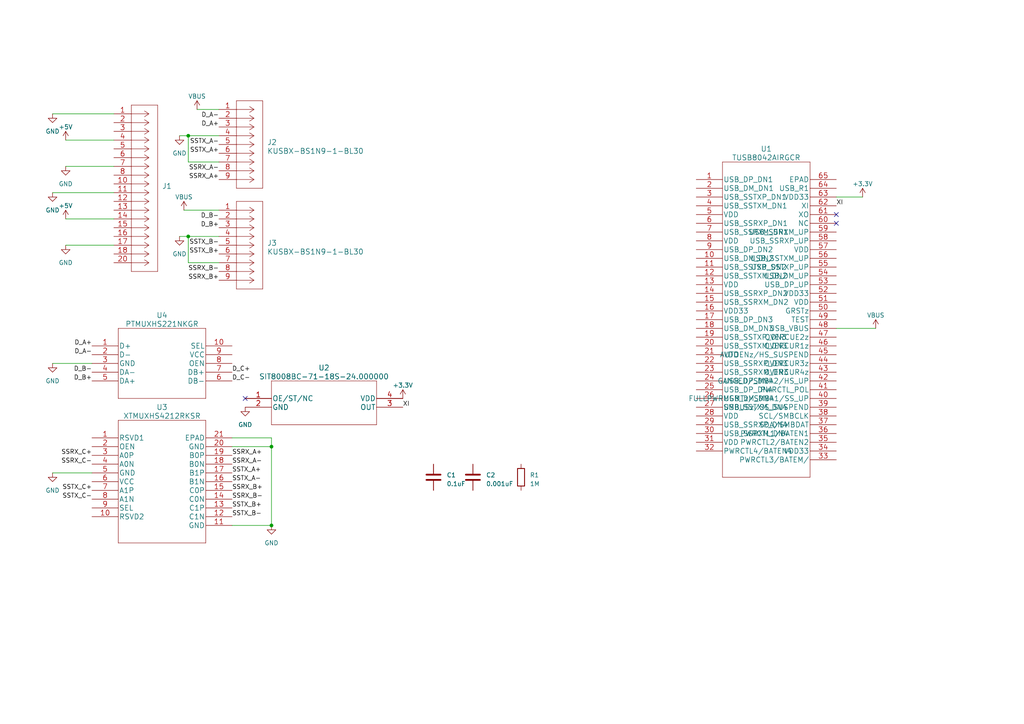
<source format=kicad_sch>
(kicad_sch (version 20230121) (generator eeschema)
  (paper "A4")
  (lib_symbols
    (symbol "Device:C" (pin_numbers hide) (pin_names (offset 0.254))
      (property "Reference" "C" (at 0.635 2.54 0))
      (property "Value" "C" (at 0.635 -2.54 0))
      (symbol "C_0_1"
        (polyline (pts (xy -2.032 -0.762) (xy 2.032 -0.762)) (stroke (width 0.508)))
        (polyline (pts (xy -2.032 0.762) (xy 2.032 0.762)) (stroke (width 0.508)))
      )
      (symbol "C_1_1"
        (pin passive line (at 0 3.81 270) (length 2.794) (name "~") (number "1"))
        (pin passive line (at 0 -3.81 90) (length 2.794) (name "~") (number "2"))
      )
    )
    (symbol "Device:R" (pin_numbers hide) (pin_names (offset 0))
      (property "Reference" "R" (at 2.032 0 90))
      (property "Value" "R" (at 0 0 90))
      (symbol "R_0_1"
        (rectangle (start -1.016 -2.54) (end 1.016 2.54) (stroke (width 0.254)))
      )
      (symbol "R_1_1"
        (pin passive line (at 0 3.81 270) (length 1.27) (name "~") (number "1"))
        (pin passive line (at 0 -3.81 90) (length 1.27) (name "~") (number "2"))
      )
    )
    (symbol "KUSBX-BS1N9:KUSBX-BS1N9-1-BL30" (pin_names (offset 0.254) hide)
      (property "Reference" "J" (at 8.89 6.35 0))
      (property "Value" "KUSBX-BS1N9-1-BL30" (at 10.16 -10.16 0))
      (symbol "KUSBX-BS1N9-1-BL30_1_1"
        (polyline (pts (xy 5.08 -22.86) (xy 12.7 -22.86)) (stroke (width 0.127)))
        (polyline (pts (xy 5.08 2.54) (xy 5.08 -22.86)) (stroke (width 0.127)))
        (polyline (pts (xy 10.16 -20.32) (xy 5.08 -20.32)) (stroke (width 0.127)))
        (polyline (pts (xy 10.16 -20.32) (xy 8.89 -21.1582)) (stroke (width 0.127)))
        (polyline (pts (xy 10.16 -20.32) (xy 8.89 -19.4818)) (stroke (width 0.127)))
        (polyline (pts (xy 10.16 -17.78) (xy 5.08 -17.78)) (stroke (width 0.127)))
        (polyline (pts (xy 10.16 -17.78) (xy 8.89 -18.6182)) (stroke (width 0.127)))
        (polyline (pts (xy 10.16 -17.78) (xy 8.89 -16.9418)) (stroke (width 0.127)))
        (polyline (pts (xy 10.16 -15.24) (xy 5.08 -15.24)) (stroke (width 0.127)))
        (polyline (pts (xy 10.16 -15.24) (xy 8.89 -16.0782)) (stroke (width 0.127)))
        (polyline (pts (xy 10.16 -15.24) (xy 8.89 -14.4018)) (stroke (width 0.127)))
        (polyline (pts (xy 10.16 -12.7) (xy 5.08 -12.7)) (stroke (width 0.127)))
        (polyline (pts (xy 10.16 -12.7) (xy 8.89 -13.5382)) (stroke (width 0.127)))
        (polyline (pts (xy 10.16 -12.7) (xy 8.89 -11.8618)) (stroke (width 0.127)))
        (polyline (pts (xy 10.16 -10.16) (xy 5.08 -10.16)) (stroke (width 0.127)))
        (polyline (pts (xy 10.16 -10.16) (xy 8.89 -10.9982)) (stroke (width 0.127)))
        (polyline (pts (xy 10.16 -10.16) (xy 8.89 -9.3218)) (stroke (width 0.127)))
        (polyline (pts (xy 10.16 -7.62) (xy 5.08 -7.62)) (stroke (width 0.127)))
        (polyline (pts (xy 10.16 -7.62) (xy 8.89 -8.4582)) (stroke (width 0.127)))
        (polyline (pts (xy 10.16 -7.62) (xy 8.89 -6.7818)) (stroke (width 0.127)))
        (polyline (pts (xy 10.16 -5.08) (xy 5.08 -5.08)) (stroke (width 0.127)))
        (polyline (pts (xy 10.16 -5.08) (xy 8.89 -5.9182)) (stroke (width 0.127)))
        (polyline (pts (xy 10.16 -5.08) (xy 8.89 -4.2418)) (stroke (width 0.127)))
        (polyline (pts (xy 10.16 -2.54) (xy 5.08 -2.54)) (stroke (width 0.127)))
        (polyline (pts (xy 10.16 -2.54) (xy 8.89 -3.3782)) (stroke (width 0.127)))
        (polyline (pts (xy 10.16 -2.54) (xy 8.89 -1.7018)) (stroke (width 0.127)))
        (polyline (pts (xy 10.16 0) (xy 5.08 0)) (stroke (width 0.127)))
        (polyline (pts (xy 10.16 0) (xy 8.89 -0.8382)) (stroke (width 0.127)))
        (polyline (pts (xy 10.16 0) (xy 8.89 0.8382)) (stroke (width 0.127)))
        (polyline (pts (xy 12.7 -22.86) (xy 12.7 2.54)) (stroke (width 0.127)))
        (polyline (pts (xy 12.7 2.54) (xy 5.08 2.54)) (stroke (width 0.127)))
        (pin unspecified line (at 0 0 0) (length 5.08) (name "VBUS") (number "1"))
        (pin unspecified line (at 0 -2.54 0) (length 5.08) (name "D-") (number "2"))
        (pin unspecified line (at 0 -5.08 0) (length 5.08) (name "D+") (number "3"))
        (pin unspecified line (at 0 -7.62 0) (length 5.08) (name "GND") (number "4"))
        (pin unspecified line (at 0 -10.16 0) (length 5.08) (name "STDB_SSTX-") (number "5"))
        (pin unspecified line (at 0 -12.7 0) (length 5.08) (name "STDB_SSTX+") (number "6"))
        (pin unspecified line (at 0 -15.24 0) (length 5.08) (name "GND-DRAIN") (number "7"))
        (pin unspecified line (at 0 -17.78 0) (length 5.08) (name "STDB_SSRX-") (number "8"))
        (pin unspecified line (at 0 -20.32 0) (length 5.08) (name "STDB_SSRX+") (number "9"))
      )
    )
    (symbol "SIT8008BC:SIT8008BC-71-18S-24.000000" (pin_names (offset 0.254))
      (property "Reference" "U" (at 22.86 10.16 0))
      (property "Value" "SIT8008BC-71-18S-24.000000" (at 22.86 7.62 0))
      (symbol "SIT8008BC-71-18S-24.000000_1_1"
        (polyline (pts (xy 7.62 -7.62) (xy 38.1 -7.62)) (stroke (width 0.127)))
        (polyline (pts (xy 7.62 5.08) (xy 7.62 -7.62)) (stroke (width 0.127)))
        (polyline (pts (xy 38.1 -7.62) (xy 38.1 5.08)) (stroke (width 0.127)))
        (polyline (pts (xy 38.1 5.08) (xy 7.62 5.08)) (stroke (width 0.127)))
        (pin output line (at 0 0 0) (length 7.62) (name "OE/ST/NC") (number "1"))
        (pin power_in line (at 0 -2.54 0) (length 7.62) (name "GND") (number "2"))
        (pin output line (at 45.72 -2.54 180) (length 7.62) (name "OUT") (number "3"))
        (pin power_in line (at 45.72 0 180) (length 7.62) (name "VDD") (number "4"))
      )
    )
    (symbol "SS-52000:SS-52000-003" (pin_names (offset 0.254) hide)
      (property "Reference" "J" (at 8.89 6.35 0))
      (property "Value" "SS-52000-003" (at 10.16 -20.32 0))
      (symbol "SS-52000-003_1_1"
        (polyline (pts (xy 5.08 -45.72) (xy 12.7 -45.72)) (stroke (width 0.127)))
        (polyline (pts (xy 5.08 2.54) (xy 5.08 -45.72)) (stroke (width 0.127)))
        (polyline (pts (xy 10.16 -43.18) (xy 5.08 -43.18)) (stroke (width 0.127)))
        (polyline (pts (xy 10.16 -43.18) (xy 8.89 -44.0182)) (stroke (width 0.127)))
        (polyline (pts (xy 10.16 -43.18) (xy 8.89 -42.3418)) (stroke (width 0.127)))
        (polyline (pts (xy 10.16 -40.64) (xy 5.08 -40.64)) (stroke (width 0.127)))
        (polyline (pts (xy 10.16 -40.64) (xy 8.89 -41.4782)) (stroke (width 0.127)))
        (polyline (pts (xy 10.16 -40.64) (xy 8.89 -39.8018)) (stroke (width 0.127)))
        (polyline (pts (xy 10.16 -38.1) (xy 5.08 -38.1)) (stroke (width 0.127)))
        (polyline (pts (xy 10.16 -38.1) (xy 8.89 -38.9382)) (stroke (width 0.127)))
        (polyline (pts (xy 10.16 -38.1) (xy 8.89 -37.2618)) (stroke (width 0.127)))
        (polyline (pts (xy 10.16 -35.56) (xy 5.08 -35.56)) (stroke (width 0.127)))
        (polyline (pts (xy 10.16 -35.56) (xy 8.89 -36.3982)) (stroke (width 0.127)))
        (polyline (pts (xy 10.16 -35.56) (xy 8.89 -34.7218)) (stroke (width 0.127)))
        (polyline (pts (xy 10.16 -33.02) (xy 5.08 -33.02)) (stroke (width 0.127)))
        (polyline (pts (xy 10.16 -33.02) (xy 8.89 -33.8582)) (stroke (width 0.127)))
        (polyline (pts (xy 10.16 -33.02) (xy 8.89 -32.1818)) (stroke (width 0.127)))
        (polyline (pts (xy 10.16 -30.48) (xy 5.08 -30.48)) (stroke (width 0.127)))
        (polyline (pts (xy 10.16 -30.48) (xy 8.89 -31.3182)) (stroke (width 0.127)))
        (polyline (pts (xy 10.16 -30.48) (xy 8.89 -29.6418)) (stroke (width 0.127)))
        (polyline (pts (xy 10.16 -27.94) (xy 5.08 -27.94)) (stroke (width 0.127)))
        (polyline (pts (xy 10.16 -27.94) (xy 8.89 -28.7782)) (stroke (width 0.127)))
        (polyline (pts (xy 10.16 -27.94) (xy 8.89 -27.1018)) (stroke (width 0.127)))
        (polyline (pts (xy 10.16 -25.4) (xy 5.08 -25.4)) (stroke (width 0.127)))
        (polyline (pts (xy 10.16 -25.4) (xy 8.89 -26.2382)) (stroke (width 0.127)))
        (polyline (pts (xy 10.16 -25.4) (xy 8.89 -24.5618)) (stroke (width 0.127)))
        (polyline (pts (xy 10.16 -22.86) (xy 5.08 -22.86)) (stroke (width 0.127)))
        (polyline (pts (xy 10.16 -22.86) (xy 8.89 -23.6982)) (stroke (width 0.127)))
        (polyline (pts (xy 10.16 -22.86) (xy 8.89 -22.0218)) (stroke (width 0.127)))
        (polyline (pts (xy 10.16 -20.32) (xy 5.08 -20.32)) (stroke (width 0.127)))
        (polyline (pts (xy 10.16 -20.32) (xy 8.89 -21.1582)) (stroke (width 0.127)))
        (polyline (pts (xy 10.16 -20.32) (xy 8.89 -19.4818)) (stroke (width 0.127)))
        (polyline (pts (xy 10.16 -17.78) (xy 5.08 -17.78)) (stroke (width 0.127)))
        (polyline (pts (xy 10.16 -17.78) (xy 8.89 -18.6182)) (stroke (width 0.127)))
        (polyline (pts (xy 10.16 -17.78) (xy 8.89 -16.9418)) (stroke (width 0.127)))
        (polyline (pts (xy 10.16 -15.24) (xy 5.08 -15.24)) (stroke (width 0.127)))
        (polyline (pts (xy 10.16 -15.24) (xy 8.89 -16.0782)) (stroke (width 0.127)))
        (polyline (pts (xy 10.16 -15.24) (xy 8.89 -14.4018)) (stroke (width 0.127)))
        (polyline (pts (xy 10.16 -12.7) (xy 5.08 -12.7)) (stroke (width 0.127)))
        (polyline (pts (xy 10.16 -12.7) (xy 8.89 -13.5382)) (stroke (width 0.127)))
        (polyline (pts (xy 10.16 -12.7) (xy 8.89 -11.8618)) (stroke (width 0.127)))
        (polyline (pts (xy 10.16 -10.16) (xy 5.08 -10.16)) (stroke (width 0.127)))
        (polyline (pts (xy 10.16 -10.16) (xy 8.89 -10.9982)) (stroke (width 0.127)))
        (polyline (pts (xy 10.16 -10.16) (xy 8.89 -9.3218)) (stroke (width 0.127)))
        (polyline (pts (xy 10.16 -7.62) (xy 5.08 -7.62)) (stroke (width 0.127)))
        (polyline (pts (xy 10.16 -7.62) (xy 8.89 -8.4582)) (stroke (width 0.127)))
        (polyline (pts (xy 10.16 -7.62) (xy 8.89 -6.7818)) (stroke (width 0.127)))
        (polyline (pts (xy 10.16 -5.08) (xy 5.08 -5.08)) (stroke (width 0.127)))
        (polyline (pts (xy 10.16 -5.08) (xy 8.89 -5.9182)) (stroke (width 0.127)))
        (polyline (pts (xy 10.16 -5.08) (xy 8.89 -4.2418)) (stroke (width 0.127)))
        (polyline (pts (xy 10.16 -2.54) (xy 5.08 -2.54)) (stroke (width 0.127)))
        (polyline (pts (xy 10.16 -2.54) (xy 8.89 -3.3782)) (stroke (width 0.127)))
        (polyline (pts (xy 10.16 -2.54) (xy 8.89 -1.7018)) (stroke (width 0.127)))
        (polyline (pts (xy 10.16 0) (xy 5.08 0)) (stroke (width 0.127)))
        (polyline (pts (xy 10.16 0) (xy 8.89 -0.8382)) (stroke (width 0.127)))
        (polyline (pts (xy 10.16 0) (xy 8.89 0.8382)) (stroke (width 0.127)))
        (polyline (pts (xy 12.7 -45.72) (xy 12.7 2.54)) (stroke (width 0.127)))
        (polyline (pts (xy 12.7 2.54) (xy 5.08 2.54)) (stroke (width 0.127)))
        (pin unspecified line (at 0 0 0) (length 5.08) (name "1") (number "1"))
        (pin unspecified line (at 0 -20.32 0) (length 5.08) (name "10") (number "10"))
        (pin unspecified line (at 0 -22.86 0) (length 5.08) (name "11") (number "11"))
        (pin unspecified line (at 0 -25.4 0) (length 5.08) (name "12") (number "12"))
        (pin unspecified line (at 0 -27.94 0) (length 5.08) (name "13") (number "13"))
        (pin unspecified line (at 0 -30.48 0) (length 5.08) (name "14") (number "14"))
        (pin unspecified line (at 0 -33.02 0) (length 5.08) (name "15") (number "15"))
        (pin unspecified line (at 0 -35.56 0) (length 5.08) (name "16") (number "16"))
        (pin unspecified line (at 0 -38.1 0) (length 5.08) (name "17") (number "17"))
        (pin unspecified line (at 0 -40.64 0) (length 5.08) (name "18") (number "18"))
        (pin unspecified line (at 0 -2.54 0) (length 5.08) (name "2") (number "2"))
        (pin unspecified line (at 0 -43.18 0) (length 5.08) (name "20") (number "20"))
        (pin unspecified line (at 0 -5.08 0) (length 5.08) (name "3") (number "3"))
        (pin unspecified line (at 0 -7.62 0) (length 5.08) (name "4") (number "4"))
        (pin unspecified line (at 0 -10.16 0) (length 5.08) (name "5") (number "5"))
        (pin unspecified line (at 0 -12.7 0) (length 5.08) (name "6") (number "6"))
        (pin unspecified line (at 0 -15.24 0) (length 5.08) (name "7") (number "7"))
        (pin unspecified line (at 0 -17.78 0) (length 5.08) (name "8") (number "8"))
      )
    )
    (symbol "TMUXHS221:PTMUXHS221NKGR" (pin_names (offset 0.254))
      (property "Reference" "U" (at 20.32 10.16 0))
      (property "Value" "PTMUXHS221NKGR" (at 20.32 7.62 0))
      (symbol "PTMUXHS221NKGR_1_1"
        (polyline (pts (xy 7.62 -15.24) (xy 33.02 -15.24)) (stroke (width 0.127)))
        (polyline (pts (xy 7.62 5.08) (xy 7.62 -15.24)) (stroke (width 0.127)))
        (polyline (pts (xy 33.02 -15.24) (xy 33.02 5.08)) (stroke (width 0.127)))
        (polyline (pts (xy 33.02 5.08) (xy 7.62 5.08)) (stroke (width 0.127)))
        (pin unspecified line (at 0 0 0) (length 7.62) (name "D+") (number "1"))
        (pin unspecified line (at 40.64 0 180) (length 7.62) (name "SEL") (number "10"))
        (pin unspecified line (at 0 -2.54 0) (length 7.62) (name "D-") (number "2"))
        (pin power_in line (at 0 -5.08 0) (length 7.62) (name "GND") (number "3"))
        (pin unspecified line (at 0 -7.62 0) (length 7.62) (name "DA-") (number "4"))
        (pin unspecified line (at 0 -10.16 0) (length 7.62) (name "DA+") (number "5"))
        (pin unspecified line (at 40.64 -10.16 180) (length 7.62) (name "DB-") (number "6"))
        (pin unspecified line (at 40.64 -7.62 180) (length 7.62) (name "DB+") (number "7"))
        (pin unspecified line (at 40.64 -5.08 180) (length 7.62) (name "OEN") (number "8"))
        (pin power_in line (at 40.64 -2.54 180) (length 7.62) (name "VCC") (number "9"))
      )
    )
    (symbol "TMUXHS2414:XTMUXHS4212RKSR" (pin_names (offset 0.254))
      (property "Reference" "U" (at 20.32 10.16 0))
      (property "Value" "XTMUXHS4212RKSR" (at 20.32 7.62 0))
      (symbol "XTMUXHS4212RKSR_1_1"
        (polyline (pts (xy 7.62 -30.48) (xy 33.02 -30.48)) (stroke (width 0.127)))
        (polyline (pts (xy 7.62 5.08) (xy 7.62 -30.48)) (stroke (width 0.127)))
        (polyline (pts (xy 33.02 -30.48) (xy 33.02 5.08)) (stroke (width 0.127)))
        (polyline (pts (xy 33.02 5.08) (xy 7.62 5.08)) (stroke (width 0.127)))
        (pin power_in line (at 0 0 0) (length 7.62) (name "RSVD1") (number "1"))
        (pin power_in line (at 0 -22.86 0) (length 7.62) (name "RSVD2") (number "10"))
        (pin power_in line (at 40.64 -25.4 180) (length 7.62) (name "GND") (number "11"))
        (pin bidirectional line (at 40.64 -22.86 180) (length 7.62) (name "C1N") (number "12"))
        (pin bidirectional line (at 40.64 -20.32 180) (length 7.62) (name "C1P") (number "13"))
        (pin bidirectional line (at 40.64 -17.78 180) (length 7.62) (name "C0N") (number "14"))
        (pin bidirectional line (at 40.64 -15.24 180) (length 7.62) (name "C0P") (number "15"))
        (pin bidirectional line (at 40.64 -12.7 180) (length 7.62) (name "B1N") (number "16"))
        (pin bidirectional line (at 40.64 -10.16 180) (length 7.62) (name "B1P") (number "17"))
        (pin bidirectional line (at 40.64 -7.62 180) (length 7.62) (name "B0N") (number "18"))
        (pin bidirectional line (at 40.64 -5.08 180) (length 7.62) (name "B0P") (number "19"))
        (pin input line (at 0 -2.54 0) (length 7.62) (name "OEN") (number "2"))
        (pin power_in line (at 40.64 -2.54 180) (length 7.62) (name "GND") (number "20"))
        (pin unspecified line (at 40.64 0 180) (length 7.62) (name "EPAD") (number "21"))
        (pin bidirectional line (at 0 -5.08 0) (length 7.62) (name "A0P") (number "3"))
        (pin bidirectional line (at 0 -7.62 0) (length 7.62) (name "A0N") (number "4"))
        (pin power_in line (at 0 -10.16 0) (length 7.62) (name "GND") (number "5"))
        (pin power_in line (at 0 -12.7 0) (length 7.62) (name "VCC") (number "6"))
        (pin bidirectional line (at 0 -15.24 0) (length 7.62) (name "A1P") (number "7"))
        (pin bidirectional line (at 0 -17.78 0) (length 7.62) (name "A1N") (number "8"))
        (pin input line (at 0 -20.32 0) (length 7.62) (name "SEL") (number "9"))
      )
    )
    (symbol "TUSB8042A:TUSB8042AIRGCR" (pin_names (offset 0.254))
      (property "Reference" "U" (at 20.32 10.16 0))
      (property "Value" "TUSB8042AIRGCR" (at 20.32 7.62 0))
      (symbol "TUSB8042AIRGCR_1_1"
        (polyline (pts (xy 7.62 -86.36) (xy 33.02 -86.36)) (stroke (width 0.127)))
        (polyline (pts (xy 7.62 5.08) (xy 7.62 -86.36)) (stroke (width 0.127)))
        (polyline (pts (xy 33.02 -86.36) (xy 33.02 5.08)) (stroke (width 0.127)))
        (polyline (pts (xy 33.02 5.08) (xy 7.62 5.08)) (stroke (width 0.127)))
        (pin unspecified line (at 0 0 0) (length 7.62) (name "USB_DP_DN1") (number "1"))
        (pin unspecified line (at 0 -22.86 0) (length 7.62) (name "USB_DM_DN2") (number "10"))
        (pin unspecified line (at 0 -25.4 0) (length 7.62) (name "USB_SSTXP_DN2") (number "11"))
        (pin unspecified line (at 0 -27.94 0) (length 7.62) (name "USB_SSTXM_DN2") (number "12"))
        (pin unspecified line (at 0 -30.48 0) (length 7.62) (name "VDD") (number "13"))
        (pin unspecified line (at 0 -33.02 0) (length 7.62) (name "USB_SSRXP_DN2") (number "14"))
        (pin unspecified line (at 0 -35.56 0) (length 7.62) (name "USB_SSRXM_DN2") (number "15"))
        (pin unspecified line (at 0 -38.1 0) (length 7.62) (name "VDD33") (number "16"))
        (pin unspecified line (at 0 -40.64 0) (length 7.62) (name "USB_DP_DN3") (number "17"))
        (pin unspecified line (at 0 -43.18 0) (length 7.62) (name "USB_DM_DN3") (number "18"))
        (pin unspecified line (at 0 -45.72 0) (length 7.62) (name "USB_SSTXP_DN3") (number "19"))
        (pin unspecified line (at 0 -2.54 0) (length 7.62) (name "USB_DM_DN1") (number "2"))
        (pin unspecified line (at 0 -48.26 0) (length 7.62) (name "USB_SSTXM_DN3") (number "20"))
        (pin unspecified line (at 0 -50.8 0) (length 7.62) (name "VDD") (number "21"))
        (pin unspecified line (at 0 -53.34 0) (length 7.62) (name "USB_SSRXP_DN3") (number "22"))
        (pin unspecified line (at 0 -55.88 0) (length 7.62) (name "USB_SSRXM_DN3") (number "23"))
        (pin unspecified line (at 0 -58.42 0) (length 7.62) (name "USB_DP_DN4") (number "24"))
        (pin unspecified line (at 0 -60.96 0) (length 7.62) (name "USB_DP_DN4") (number "25"))
        (pin unspecified line (at 0 -63.5 0) (length 7.62) (name "USB_DM_DN4") (number "26"))
        (pin unspecified line (at 0 -66.04 0) (length 7.62) (name "USB_SSTXM_DN4") (number "27"))
        (pin unspecified line (at 0 -68.58 0) (length 7.62) (name "VDD") (number "28"))
        (pin unspecified line (at 0 -71.12 0) (length 7.62) (name "USB_SSRXP_DN4") (number "29"))
        (pin unspecified line (at 0 -5.08 0) (length 7.62) (name "USB_SSTXP_DN1") (number "3"))
        (pin unspecified line (at 0 -73.66 0) (length 7.62) (name "USB_SSRXM_DN4") (number "30"))
        (pin unspecified line (at 0 -76.2 0) (length 7.62) (name "VDD") (number "31"))
        (pin unspecified line (at 0 -78.74 0) (length 7.62) (name "PWRCTL4/BATEN4") (number "32"))
        (pin unspecified line (at 40.64 -81.28 180) (length 7.62) (name "PWRCTL3/BATEM/") (number "33"))
        (pin unspecified line (at 40.64 -78.74 180) (length 7.62) (name "VDD33") (number "34"))
        (pin unspecified line (at 40.64 -76.2 180) (length 7.62) (name "PWRCTL2/BATEN2") (number "35"))
        (pin unspecified line (at 40.64 -73.66 180) (length 7.62) (name "PWRCTL1/BATEN1") (number "36"))
        (pin unspecified line (at 40.64 -71.12 180) (length 7.62) (name "SDA/SMBDAT") (number "37"))
        (pin unspecified line (at 40.64 -68.58 180) (length 7.62) (name "SCL/SMBCLK") (number "38"))
        (pin unspecified line (at 40.64 -66.04 180) (length 7.62) (name "SMBUSz/SS_SUSPEND") (number "39"))
        (pin unspecified line (at 0 -7.62 0) (length 7.62) (name "USB_SSTXM_DN1") (number "4"))
        (pin unspecified line (at 40.64 -63.5 180) (length 7.62) (name "FULLPWRMGMTz/SMBA1/SS_UP") (number "40"))
        (pin unspecified line (at 40.64 -60.96 180) (length 7.62) (name "PWRCTL_POL") (number "41"))
        (pin unspecified line (at 40.64 -58.42 180) (length 7.62) (name "GANGED/SMBA2/HS_UP") (number "42"))
        (pin unspecified line (at 40.64 -55.88 180) (length 7.62) (name "OVERCUR4z") (number "43"))
        (pin unspecified line (at 40.64 -53.34 180) (length 7.62) (name "OVERCUR3z") (number "44"))
        (pin unspecified line (at 40.64 -50.8 180) (length 7.62) (name "AUTOENz/HS_SUSPEND") (number "45"))
        (pin unspecified line (at 40.64 -48.26 180) (length 7.62) (name "OVERCUR1z") (number "46"))
        (pin unspecified line (at 40.64 -45.72 180) (length 7.62) (name "OVERCUE2z") (number "47"))
        (pin unspecified line (at 40.64 -43.18 180) (length 7.62) (name "USB_VBUS") (number "48"))
        (pin unspecified line (at 40.64 -40.64 180) (length 7.62) (name "TEST") (number "49"))
        (pin unspecified line (at 0 -10.16 0) (length 7.62) (name "VDD") (number "5"))
        (pin unspecified line (at 40.64 -38.1 180) (length 7.62) (name "GRSTz") (number "50"))
        (pin unspecified line (at 40.64 -35.56 180) (length 7.62) (name "VDD") (number "51"))
        (pin unspecified line (at 40.64 -33.02 180) (length 7.62) (name "VDD33") (number "52"))
        (pin unspecified line (at 40.64 -30.48 180) (length 7.62) (name "USB_DP_UP") (number "53"))
        (pin unspecified line (at 40.64 -27.94 180) (length 7.62) (name "USB_DM_UP") (number "54"))
        (pin unspecified line (at 40.64 -25.4 180) (length 7.62) (name "USB_SSTXP_UP") (number "55"))
        (pin unspecified line (at 40.64 -22.86 180) (length 7.62) (name "USB_SSTXM_UP") (number "56"))
        (pin unspecified line (at 40.64 -20.32 180) (length 7.62) (name "VDD") (number "57"))
        (pin unspecified line (at 40.64 -17.78 180) (length 7.62) (name "USB_SSRXP_UP") (number "58"))
        (pin unspecified line (at 40.64 -15.24 180) (length 7.62) (name "USB_SSRXM_UP") (number "59"))
        (pin unspecified line (at 0 -12.7 0) (length 7.62) (name "USB_SSRXP_DN1") (number "6"))
        (pin unspecified line (at 40.64 -12.7 180) (length 7.62) (name "NC") (number "60"))
        (pin unspecified line (at 40.64 -10.16 180) (length 7.62) (name "XO") (number "61"))
        (pin unspecified line (at 40.64 -7.62 180) (length 7.62) (name "XI") (number "62"))
        (pin unspecified line (at 40.64 -5.08 180) (length 7.62) (name "VDD33") (number "63"))
        (pin unspecified line (at 40.64 -2.54 180) (length 7.62) (name "USB_R1") (number "64"))
        (pin unspecified line (at 40.64 0 180) (length 7.62) (name "EPAD") (number "65"))
        (pin unspecified line (at 0 -15.24 0) (length 7.62) (name "USB_SSRXM_DN1") (number "7"))
        (pin unspecified line (at 0 -17.78 0) (length 7.62) (name "VDD") (number "8"))
        (pin unspecified line (at 0 -20.32 0) (length 7.62) (name "USB_DP_DN2") (number "9"))
      )
    )
    (symbol "power:+3.3V" (power) (pin_names (offset 0))
      (property "Value" "+3.3V" (at 0 3.556 0))
      (symbol "+3.3V_0_1"
        (polyline (pts (xy -0.762 1.27) (xy 0 2.54)))
        (polyline (pts (xy 0 0) (xy 0 2.54)))
        (polyline (pts (xy 0 2.54) (xy 0.762 1.27)))
      )
      (symbol "+3.3V_1_1"
        (pin power_in line (at 0 0 90) (length 0) hide (name "+3.3V") (number "1"))
      )
    )
    (symbol "power:+5V" (power) (pin_names (offset 0))
      (property "Value" "+5V" (at 0 3.556 0))
      (symbol "+5V_0_1"
        (polyline (pts (xy -0.762 1.27) (xy 0 2.54)))
        (polyline (pts (xy 0 0) (xy 0 2.54)))
        (polyline (pts (xy 0 2.54) (xy 0.762 1.27)))
      )
      (symbol "+5V_1_1"
        (pin power_in line (at 0 0 90) (length 0) hide (name "+5V") (number "1"))
      )
    )
    (symbol "power:GND" (power) (pin_names (offset 0))
      (property "Value" "GND" (at 0 -3.81 0))
      (symbol "GND_0_1"
        (polyline (pts (xy 0 0) (xy 0 -1.27) (xy 1.27 -1.27) (xy 0 -2.54) (xy -1.27 -1.27) (xy 0 -1.27)))
      )
      (symbol "GND_1_1"
        (pin power_in line (at 0 0 270) (length 0) hide (name "GND") (number "1"))
      )
    )
    (symbol "power:VBUS" (power) (pin_names (offset 0))
      (property "Value" "VBUS" (at 0 3.81 0))
      (symbol "VBUS_0_1"
        (polyline (pts (xy -0.762 1.27) (xy 0 2.54)))
        (polyline (pts (xy 0 0) (xy 0 2.54)))
        (polyline (pts (xy 0 2.54) (xy 0.762 1.27)))
      )
      (symbol "VBUS_1_1"
        (pin power_in line (at 0 0 90) (length 0) hide (name "VBUS") (number "1"))
      )
    )
  )
  (junction (at 54.61 68.58))
  (junction (at 78.74 152.4))
  (junction (at 78.74 129.54))
  (junction (at 54.61 39.37))
  (no_connect (at 242.57 62.23))
  (no_connect (at 242.57 64.77))
  (no_connect (at 71.12 115.57))
  (wire (pts (xy 15.24 137.16) (xy 26.67 137.16)))
  (wire (pts (xy 250.19 57.15) (xy 242.57 57.15)))
  (wire (pts (xy 254 95.25) (xy 242.57 95.25)))
  (wire (pts (xy 63.5 60.96) (xy 53.34 60.96)))
  (wire (pts (xy 19.05 48.26) (xy 33.02 48.26)))
  (wire (pts (xy 67.31 129.54) (xy 78.74 129.54)))
  (wire (pts (xy 19.05 63.5) (xy 33.02 63.5)))
  (wire (pts (xy 67.31 127) (xy 78.74 127)))
  (wire (pts (xy 54.61 76.2) (xy 54.61 68.58)))
  (wire (pts (xy 19.05 71.12) (xy 33.02 71.12)))
  (wire (pts (xy 54.61 39.37) (xy 63.5 39.37)))
  (wire (pts (xy 78.74 152.4) (xy 67.31 152.4)))
  (wire (pts (xy 15.24 55.88) (xy 33.02 55.88)))
  (wire (pts (xy 78.74 129.54) (xy 78.74 152.4)))
  (wire (pts (xy 52.07 68.58) (xy 54.61 68.58)))
  (wire (pts (xy 54.61 39.37) (xy 54.61 46.99)))
  (wire (pts (xy 15.24 33.02) (xy 33.02 33.02)))
  (wire (pts (xy 19.05 40.64) (xy 33.02 40.64)))
  (wire (pts (xy 54.61 68.58) (xy 63.5 68.58)))
  (wire (pts (xy 63.5 76.2) (xy 54.61 76.2)))
  (wire (pts (xy 57.15 31.75) (xy 63.5 31.75)))
  (wire (pts (xy 52.07 39.37) (xy 54.61 39.37)))
  (wire (pts (xy 78.74 127) (xy 78.74 129.54)))
  (wire (pts (xy 15.24 105.41) (xy 26.67 105.41)))
  (wire (pts (xy 63.5 46.99) (xy 54.61 46.99)))
  (label "SSRX_A+" (at 67.31 132.08 0))
  (label "SSTX_A+" (at 67.31 137.16 0))
  (label "D_C+" (at 67.31 107.95 0))
  (label "SSTX_B+" (at 63.5 73.66 180))
  (label "SSRX_C+" (at 26.67 132.08 180))
  (label "D_B+" (at 26.67 110.49 180))
  (label "XI" (at 116.84 118.11 0))
  (label "D_B-" (at 26.67 107.95 180))
  (label "SSTX_B+" (at 67.31 147.32 0))
  (label "SSRX_B+" (at 67.31 142.24 0))
  (label "D_A-" (at 26.67 102.87 180))
  (label "SSTX_A-" (at 67.31 139.7 0))
  (label "SSTX_A+" (at 63.5 44.45 180))
  (label "XI" (at 242.57 59.69 0))
  (label "D_A-" (at 63.5 34.29 180))
  (label "D_C-" (at 67.31 110.49 0))
  (label "SSTX_B-" (at 63.5 71.12 180))
  (label "D_B-" (at 63.5 63.5 180))
  (label "SSTX_B-" (at 67.31 149.86 0))
  (label "SSRX_B-" (at 67.31 144.78 0))
  (label "D_A+" (at 63.5 36.83 180))
  (label "SSRX_B-" (at 63.5 78.74 180))
  (label "SSTX_C-" (at 26.67 144.78 180))
  (label "D_A+" (at 26.67 100.33 180))
  (label "SSTX_C+" (at 26.67 142.24 180))
  (label "SSRX_C-" (at 26.67 134.62 180))
  (label "SSRX_A-" (at 67.31 134.62 0))
  (label "D_B+" (at 63.5 66.04 180))
  (label "SSRX_A-" (at 63.5 49.53 180))
  (label "SSRX_B+" (at 63.5 81.28 180))
  (label "SSTX_A-" (at 63.5 41.91 180))
  (label "SSRX_A+" (at 63.5 52.07 180))
  (symbol (lib_id "power:GND") (at 19.05 48.26 0) (unit 1)
    (property "Reference" "#PWR03" (effects hide))
    (property "Value" "GND" (at 19.05 53.34 0))
  )
  (symbol (lib_id "power:GND") (at 15.24 137.16 0) (unit 1)
    (property "Reference" "#PWR026" (effects hide))
    (property "Value" "GND" (at 15.24 142.24 0))
  )
  (symbol (lib_id "power:GND") (at 19.05 71.12 0) (unit 1)
    (property "Reference" "#PWR06" (effects hide))
    (property "Value" "GND" (at 19.05 76.2 0))
  )
  (symbol (lib_id "TUSB8042A:TUSB8042AIRGCR") (at 201.93 52.07 0) (unit 1)
    (property "Reference" "U1" (at 222.25 43.18 0) (effects (font (size 1.524 1.524))))
    (property "Value" "TUSB8042AIRGCR" (at 222.25 45.72 0) (effects (font (size 1.524 1.524))))
    (property "Footprint" "TUSB8042A:TUSB8042AIRGCR" (effects hide))
  )
  (symbol (lib_id "TMUXHS221:PTMUXHS221NKGR") (at 26.67 100.33 0) (unit 1)
    (property "Reference" "U4" (at 46.99 91.44 0) (effects (font (size 1.524 1.524))))
    (property "Value" "PTMUXHS221NKGR" (at 46.99 93.98 0) (effects (font (size 1.524 1.524))))
    (property "Footprint" "TMUXHS221:PTMUXHS221NKGR" (effects hide))
  )
  (symbol (lib_id "KUSBX-BS1N9:KUSBX-BS1N9-1-BL30") (at 63.5 60.96 0) (unit 1)
    (property "Reference" "J3" (at 77.47 70.485 0) (effects (font (size 1.524 1.524)) (justify left)))
    (property "Value" "KUSBX-BS1N9-1-BL30" (at 77.47 73.025 0) (effects (font (size 1.524 1.524)) (justify left)))
    (property "Footprint" "KUSBX-BS1N9:KUSBX-BS1N9-1-BL30" (effects hide))
  )
  (symbol (lib_id "power:GND") (at 52.07 68.58 0) (unit 1)
    (property "Reference" "#PWR010" (effects hide))
    (property "Value" "GND" (at 52.07 73.66 0))
  )
  (symbol (lib_id "power:GND") (at 15.24 33.02 0) (unit 1)
    (property "Reference" "#PWR01" (effects hide))
    (property "Value" "GND" (at 15.24 38.1 0))
  )
  (symbol (lib_id "TMUXHS2414:XTMUXHS4212RKSR") (at 26.67 127 0) (unit 1)
    (property "Reference" "U3" (at 46.99 118.11 0) (effects (font (size 1.524 1.524))))
    (property "Value" "XTMUXHS4212RKSR" (at 46.99 120.65 0) (effects (font (size 1.524 1.524))))
    (property "Footprint" "TMUXHS4212:XTMUXHS4212RKSR" (effects hide))
  )
  (symbol (lib_id "power:+5V") (at 19.05 63.5 0) (unit 1)
    (property "Reference" "#PWR05" (effects hide))
    (property "Value" "+5V" (at 19.05 59.69 0))
  )
  (symbol (lib_id "Device:C") (at 137.16 138.43 0) (unit 1)
    (property "Reference" "C2" (at 140.97 137.795 0) (effects (justify left)))
    (property "Value" "0.001uF" (at 140.97 140.335 0) (effects (justify left)))
    (property "Footprint" "Capacitor_SMD:C_0603_1608Metric" (effects hide))
  )
  (symbol (lib_id "power:GND") (at 15.24 55.88 0) (unit 1)
    (property "Reference" "#PWR04" (effects hide))
    (property "Value" "GND" (at 15.24 60.96 0))
  )
  (symbol (lib_id "power:+3.3V") (at 116.84 115.57 0) (unit 1)
    (property "Reference" "#PWR018" (effects hide))
    (property "Value" "+3.3V" (at 116.84 111.76 0))
  )
  (symbol (lib_id "power:+5V") (at 19.05 40.64 0) (unit 1)
    (property "Reference" "#PWR02" (effects hide))
    (property "Value" "+5V" (at 19.05 36.83 0))
  )
  (symbol (lib_id "SS-52000:SS-52000-003") (at 33.02 33.02 0) (unit 1)
    (property "Reference" "J1" (at 46.99 53.975 0) (effects (font (size 1.524 1.524)) (justify left)))
    (property "Value" "SS-52000-003" (effects hide))
    (property "Footprint" "SS-52000:SS-52000-003" (effects hide))
  )
  (symbol (lib_id "power:GND") (at 78.74 152.4 0) (unit 1)
    (property "Reference" "#PWR024" (effects hide))
    (property "Value" "GND" (at 78.74 157.48 0))
  )
  (symbol (lib_id "KUSBX-BS1N9:KUSBX-BS1N9-1-BL30") (at 63.5 31.75 0) (unit 1)
    (property "Reference" "J2" (at 77.47 41.275 0) (effects (font (size 1.524 1.524)) (justify left)))
    (property "Value" "KUSBX-BS1N9-1-BL30" (at 77.47 43.815 0) (effects (font (size 1.524 1.524)) (justify left)))
    (property "Footprint" "KUSBX-BS1N9:KUSBX-BS1N9-1-BL30" (effects hide))
  )
  (symbol (lib_id "SIT8008BC:SIT8008BC-71-18S-24.000000") (at 71.12 115.57 0) (unit 1)
    (property "Reference" "U2" (at 93.98 106.68 0) (effects (font (size 1.524 1.524))))
    (property "Value" "SIT8008BC-71-18S-24.000000" (at 93.98 109.22 0) (effects (font (size 1.524 1.524))))
    (property "Footprint" "SIT8008BC:SIT8008BC-71-18S-24.000000" (effects hide))
  )
  (symbol (lib_id "power:GND") (at -76.2 57.15 0) (unit 1)
    (property "Reference" "#PWR025" (effects hide))
    (property "Value" "GND" (at -76.2 62.23 0))
  )
  (symbol (lib_id "power:VBUS") (at 57.15 31.75 0) (unit 1)
    (property "Reference" "#PWR07" (effects hide))
    (property "Value" "VBUS" (at 57.15 27.94 0))
  )
  (symbol (lib_id "power:GND") (at 15.24 105.41 0) (unit 1)
    (property "Reference" "#PWR023" (effects hide))
    (property "Value" "GND" (at 15.24 110.49 0))
  )
  (symbol (lib_id "power:VBUS") (at 53.34 60.96 0) (unit 1)
    (property "Reference" "#PWR08" (effects hide))
    (property "Value" "VBUS" (at 53.34 57.15 0))
  )
  (symbol (lib_id "Device:C") (at 125.73 138.43 0) (unit 1)
    (property "Reference" "C1" (at 129.54 137.795 0) (effects (justify left)))
    (property "Value" "0.1uF" (at 129.54 140.335 0) (effects (justify left)))
    (property "Footprint" "Capacitor_SMD:C_0603_1608Metric" (effects hide))
  )
  (symbol (lib_id "Device:R") (at 151.13 138.43 0) (unit 1)
    (property "Reference" "R1" (at 153.67 137.795 0) (effects (justify left)))
    (property "Value" "1M" (at 153.67 140.335 0) (effects (justify left)))
    (property "Footprint" "Resistor_SMD:R_0402_1005Metric" (effects hide))
  )
  (symbol (lib_id "power:GND") (at 52.07 39.37 0) (unit 1)
    (property "Reference" "#PWR09" (effects hide))
    (property "Value" "GND" (at 52.07 44.45 0))
  )
  (symbol (lib_id "power:VBUS") (at 254 95.25 0) (unit 1)
    (property "Reference" "#PWR016" (effects hide))
    (property "Value" "VBUS" (at 254 91.44 0))
  )
  (symbol (lib_id "power:+3.3V") (at 250.19 57.15 0) (unit 1)
    (property "Reference" "#PWR019" (effects hide))
    (property "Value" "+3.3V" (at 250.19 53.34 0))
  )
  (symbol (lib_id "power:GND") (at 71.12 118.11 0) (unit 1)
    (property "Reference" "#PWR017" (effects hide))
    (property "Value" "GND" (at 71.12 123.19 0))
  )
)
</source>
